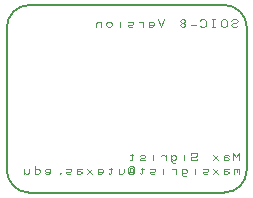
<source format=gbr>
%FSLAX23Y23*%
%MOIN*%
G04 EasyPC Gerber Version 18.0.1 Build 3581 *
%ADD16C,0.00100*%
%ADD14C,0.00500*%
X0Y0D02*
D02*
D14*
X870Y650D02*
G75*
G02X945Y575J-75D01*
G01*
Y100*
G75*
G02X870Y25I-75*
G01*
X220*
G75*
G02X145Y100J75*
G01*
Y575*
G75*
G02X220Y650I75*
G01*
X870*
D02*
D16*
X915Y583D02*
X913Y579D01*
X908Y577*
X900*
X895Y579*
X893Y583*
X895Y588*
X900Y590*
X908*
X913Y592*
X915Y596*
X913Y601*
X908Y603*
X900*
X895Y601*
X893Y596*
X880Y585D02*
Y594D01*
X878Y598*
X876Y601*
X871Y603*
X867*
X863Y601*
X860Y598*
X858Y594*
Y585*
X860Y581*
X863Y579*
X867Y577*
X871*
X876Y579*
X878Y581*
X880Y585*
X838Y577D02*
X830D01*
X834D02*
Y603D01*
X838D02*
X830D01*
X788Y581D02*
X790Y579D01*
X795Y577*
X801*
X806Y579*
X808Y581*
X810Y585*
Y594*
X808Y598*
X806Y601*
X801Y603*
X795*
X790Y601*
X788Y598*
X775Y585D02*
X758D01*
X733Y590D02*
X729D01*
X725Y592*
X723Y596*
X725Y601*
X729Y603*
X733*
X738Y601*
X740Y596*
X738Y592*
X733Y590*
X738Y588*
X740Y583*
X738Y579*
X733Y577*
X729*
X725Y579*
X723Y583*
X725Y588*
X729Y590*
X670Y603D02*
X659Y577D01*
X648Y603*
X618Y579D02*
X620Y577D01*
X624*
X628*
X633Y579*
X635Y583*
Y590*
X633Y592*
X628Y594*
X624*
X620Y592*
X618Y590*
Y588*
X620Y585*
X624Y583*
X628*
X633Y585*
X635Y588*
X600Y577D02*
Y594D01*
Y588D02*
X598Y592D01*
X593Y594*
X589*
X585Y592*
X565Y579D02*
X561Y577D01*
X552*
X548Y579*
Y583*
X552Y585*
X561*
X565Y588*
Y592*
X561Y594*
X552*
X548Y592*
X521Y577D02*
Y594D01*
Y601D02*
X495Y583*
X493Y579D01*
X488Y577*
X484*
X480Y579*
X477Y583*
Y588*
X480Y592*
X484Y594*
X488*
X493Y592*
X495Y588*
Y583*
X460Y577D02*
Y594D01*
Y588D02*
X458Y592D01*
X453Y594*
X449*
X445Y592*
X443Y588*
Y577*
X920Y87D02*
Y104D01*
Y102D02*
X918Y104D01*
X913*
X911Y102*
Y95*
Y102D02*
X909Y104D01*
X905*
X903Y102*
Y87*
X885Y102D02*
X881Y104D01*
X874*
X870Y102*
X868Y98*
Y91*
X870Y89*
X874Y87*
X878*
X883Y89*
X885Y91*
Y93*
X883Y95*
X878Y98*
X874*
X870Y95*
X868Y93*
Y91D02*
Y87D01*
X850D02*
X833Y104D01*
Y87D02*
X850Y104D01*
X815Y89D02*
X811Y87D01*
X802*
X798Y89*
Y93*
X802Y95*
X811*
X815Y98*
Y102*
X811Y104*
X802*
X798Y102*
X771Y87D02*
Y104D01*
Y111D02*
X728Y98*
X730Y102D01*
X734Y104*
X738*
X743Y102*
X745Y98*
Y95*
X743Y91*
X738Y89*
X734*
X730Y91*
X728Y95*
Y104D02*
Y87D01*
X730Y82*
X734Y80*
X741*
X745Y82*
X710Y87D02*
Y104D01*
Y98D02*
X708Y102D01*
X703Y104*
X699*
X695Y102*
X666Y87D02*
Y104D01*
Y111D02*
X640Y89*
X636Y87D01*
X627*
X623Y89*
Y93*
X627Y95*
X636*
X640Y98*
Y102*
X636Y104*
X627*
X623Y102*
X601Y104D02*
X592D01*
X596Y108D02*
Y89D01*
X594Y87*
X592*
X590Y89*
X550D02*
X555Y87D01*
X563*
X568Y89*
X570Y93*
Y106*
X568Y111*
X563Y113*
X557*
X553Y111*
X550Y106*
Y95*
X553Y93*
X555Y95*
Y104*
X557Y106*
X563*
X566Y104*
Y95*
X563Y93*
X557*
X555Y95*
X535Y104D02*
Y93D01*
X533Y89*
X528Y87*
X524*
X520Y89*
X518Y93*
Y104D02*
Y87D01*
X496Y104D02*
X487D01*
X491Y108D02*
Y89D01*
X489Y87*
X487*
X485Y89*
X448D02*
X450Y87D01*
X454*
X458*
X463Y89*
X465Y93*
Y100*
X463Y102*
X458Y104*
X454*
X450Y102*
X448Y100*
Y98*
X450Y95*
X454Y93*
X458*
X463Y95*
X465Y98*
X430Y87D02*
X413Y104D01*
Y87D02*
X430Y104D01*
X395Y102D02*
X391Y104D01*
X384*
X380Y102*
X378Y98*
Y91*
X380Y89*
X384Y87*
X388*
X393Y89*
X395Y91*
Y93*
X393Y95*
X388Y98*
X384*
X380Y95*
X378Y93*
Y91D02*
Y87D01*
X360Y89D02*
X356Y87D01*
X347*
X343Y89*
Y93*
X347Y95*
X356*
X360Y98*
Y102*
X356Y104*
X347*
X343Y102*
X323Y87D02*
X321Y89D01*
X323Y91*
X325Y89*
X323Y87*
X273Y89D02*
X275Y87D01*
X279*
X283*
X288Y89*
X290Y93*
Y100*
X288Y102*
X283Y104*
X279*
X275Y102*
X273Y100*
Y98*
X275Y95*
X279Y93*
X283*
X288Y95*
X290Y98*
X238D02*
X240Y102D01*
X244Y104*
X248*
X253Y102*
X255Y98*
Y93*
X253Y89*
X248Y87*
X244*
X240Y89*
X238Y93*
Y87D02*
Y113D01*
X220Y104D02*
Y93D01*
X218Y89*
X213Y87*
X209*
X205Y89*
X203Y93*
Y104D02*
Y87D01*
X920Y132D02*
Y158D01*
X909Y145*
X898Y158*
Y132*
X885Y147D02*
X881Y149D01*
X874*
X870Y147*
X868Y142*
Y136*
X870Y134*
X874Y132*
X878*
X883Y134*
X885Y136*
Y138*
X883Y140*
X878Y142*
X874*
X870Y140*
X868Y138*
Y136D02*
Y132D01*
X850D02*
X833Y149D01*
Y132D02*
X850Y149D01*
X780Y138D02*
X778Y134D01*
X773Y132*
X765*
X760Y134*
X758Y138*
X760Y142*
X765Y145*
X773*
X778Y147*
X780Y151*
X778Y156*
X773Y158*
X765*
X760Y156*
X758Y151*
X736Y132D02*
Y149D01*
Y156D02*
X693Y142*
X695Y147D01*
X699Y149*
X703*
X708Y147*
X710Y142*
Y140*
X708Y136*
X703Y134*
X699*
X695Y136*
X693Y140*
Y149D02*
Y132D01*
X695Y127*
X699Y125*
X706*
X710Y127*
X675Y132D02*
Y149D01*
Y142D02*
X673Y147D01*
X668Y149*
X664*
X660Y147*
X631Y132D02*
Y149D01*
Y156D02*
X605Y134*
X601Y132D01*
X592*
X588Y134*
Y138*
X592Y140*
X601*
X605Y142*
Y147*
X601Y149*
X592*
X588Y147*
X566Y149D02*
X557D01*
X561Y153D02*
Y134D01*
X559Y132*
X557*
X555Y134*
X0Y0D02*
M02*

</source>
